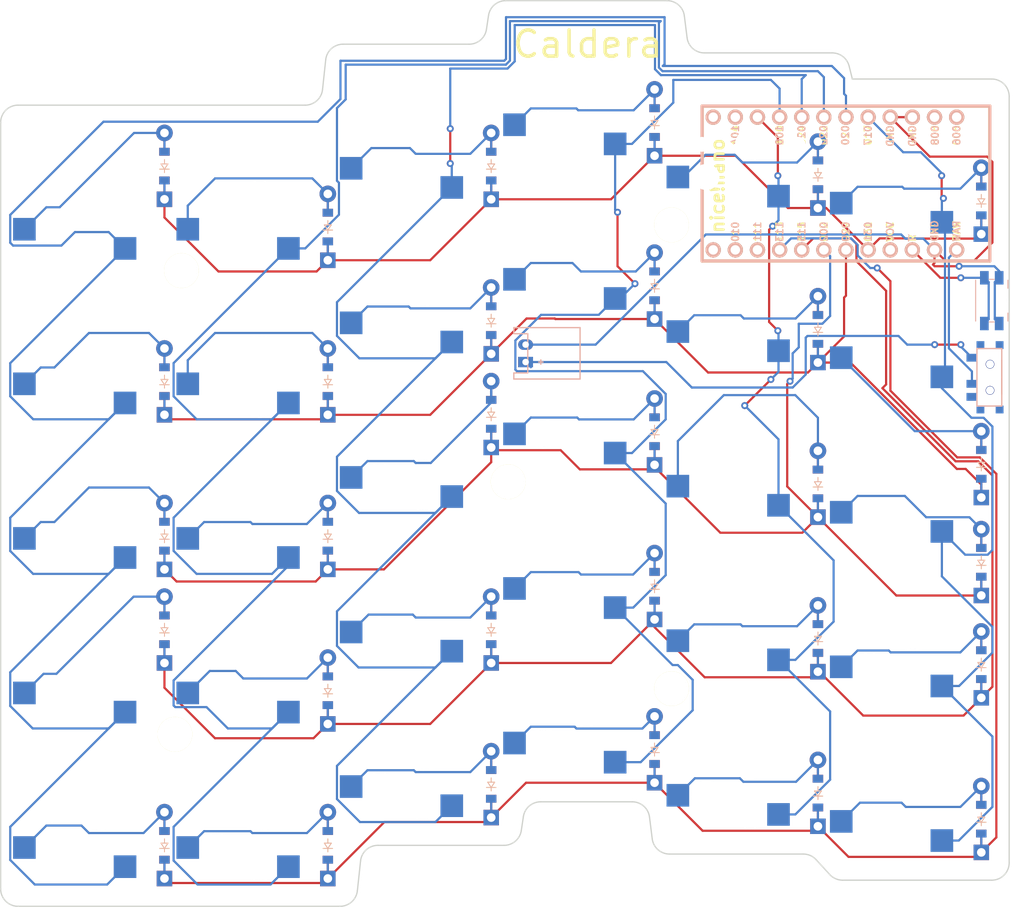
<source format=kicad_pcb>
(kicad_pcb (version 20221018) (generator pcbnew)
  (title_block (title "left") (rev "v1.0.0") (company "Unknown"))
  (layers (0 "F.Cu" signal) (31 "B.Cu" signal) (34 "B.Paste" user) (35 "F.Paste" user) (36 "B.SilkS" user "B.Silkscreen") (37 "F.SilkS" user "F.Silkscreen") (38 "B.Mask" user) (39 "F.Mask" user) (44 "Edge.Cuts" user))
  (net 0 "")
  (net 1 "P020")
  (net 2 "first_mod")
  (net 3 "first_bottom")
  (net 4 "first_home")
  (net 5 "first_top")
  (net 6 "first_num")
  (net 7 "P022")
  (net 8 "second_mod")
  (net 9 "second_bottom")
  (net 10 "second_home")
  (net 11 "second_top")
  (net 12 "second_num")
  (net 13 "P024")
  (net 14 "third_mod")
  (net 15 "third_bottom")
  (net 16 "third_home")
  (net 17 "third_top")
  (net 18 "third_num")
  (net 19 "P100")
  (net 20 "fourth_mod")
  (net 21 "fourth_bottom")
  (net 22 "fourth_home")
  (net 23 "fourth_top")
  (net 24 "fourth_num")
  (net 25 "P011")
  (net 26 "fifth_mod")
  (net 27 "fifth_bottom")
  (net 28 "fifth_home")
  (net 29 "fifth_top")
  (net 30 "fifth_num")
  (net 31 "P017")
  (net 32 "sixth_mod")
  (net 33 "sixth_bottom")
  (net 34 "sixth_home")
  (net 35 "sixth_top")
  (net 36 "sixth_num")
  (net 37 "P113")
  (net 38 "P002")
  (net 39 "P029")
  (net 40 "P115")
  (net 41 "P031")
  (net 42 "RAW")
  (net 43 "GND")
  (net 44 "RST")
  (net 45 "VCC")
  (net 46 "P111")
  (net 47 "P010")
  (net 48 "P009")
  (net 49 "P006")
  (net 50 "P008")
  (net 51 "P104")
  (net 52 "P106")
  (net 53 "pos")
  (footprint "E73:SPDT_C128955" (layer "F.Cu") (at 202.55 99.75 -90)
    (fp_text reference "T1" hide)
    (fp_text value "" hide)
  )
  (footprint "PG1350" (layer "F.Cu") (at 175 144 180)
    (fp_text reference "S21" hide)
    (fp_text value "" hide)
  )
  (footprint "PG1350" (layer "F.Cu") (at 193.75 147 180)
    (fp_text reference "S26" hide)
    (fp_text value "" hide)
  )
  (footprint "ComboDiode" (layer "F.Cu") (at 182.8 94.25 90)
    (fp_text reference "D19" hide)
    (fp_text value "" hide)
  )
  (footprint "PG1350" (layer "F.Cu") (at 118.75 150 180)
    (fp_text reference "S6" hide)
    (fp_text value "" hide)
  )
  (footprint "HOLE_M2_TH" (layer "F.Cu") (at 109 140.75)
    (fp_text reference "")
    (fp_text value "")
  )
  (footprint "HOLE_M2_TH" (layer "F.Cu") (at 147.25 111.75)
    (fp_text reference "")
    (fp_text value "")
  )
  (footprint "ComboDiode" (layer "F.Cu") (at 201.55 79.5 90)
    (fp_text reference "D23" hide)
    (fp_text value "" hide)
  )
  (footprint "ComboDiode" (layer "F.Cu") (at 182.8 76.5 90)
    (fp_text reference "D20" hide)
    (fp_text value "" hide)
  )
  (footprint "ComboDiode" (layer "F.Cu") (at 164.05 142.5 90)
    (fp_text reference "D29" hide)
    (fp_text value "" hide)
  )
  (footprint "ComboDiode" (layer "F.Cu") (at 145.3 75.5 90)
    (fp_text reference "D12" hide)
    (fp_text value "" hide)
  )
  (footprint "PG1350" (layer "F.Cu") (at 156.25 120.25 180)
    (fp_text reference "S17" hide)
    (fp_text value "" hide)
  )
  (footprint "ComboDiode" (layer "F.Cu") (at 201.55 121 90)
    (fp_text reference "D25" hide)
    (fp_text value "" hide)
  )
  (footprint "PG1350" (layer "F.Cu") (at 118.75 96.75 180)
    (fp_text reference "S9" hide)
    (fp_text value "" hide)
  )
  (footprint "ComboDiode" (layer "F.Cu") (at 182.8 129.75 90)
    (fp_text reference "D17" hide)
    (fp_text value "" hide)
  )
  (footprint "PG1350" (layer "F.Cu") (at 193.75 129.25 180)
    (fp_text reference "S27" hide)
    (fp_text value "" hide)
  )
  (footprint "PG1350" (layer "F.Cu") (at 100 79 180)
    (fp_text reference "S5" hide)
    (fp_text value "" hide)
  )
  (footprint "HOLE_M2_TH" (layer "F.Cu") (at 109.75 87.5)
    (fp_text reference "")
    (fp_text value "")
  )
  (footprint "PG1350" (layer "F.Cu") (at 100 150 180)
    (fp_text reference "S1" hide)
    (fp_text value "" hide)
  )
  (footprint "ComboDiode" (layer "F.Cu") (at 201.55 109.75 90)
    (fp_text reference "D24" hide)
    (fp_text value "" hide)
  )
  (footprint "PG1350" (layer "F.Cu") (at 193.75 111.5 180)
    (fp_text reference "S28" hide)
    (fp_text value "" hide)
  )
  (footprint "PG1350" (layer "F.Cu") (at 156.25 84.75 180)
    (fp_text reference "S19" hide)
    (fp_text value "" hide)
  )
  (footprint "ComboDiode" (layer "F.Cu") (at 107.8 75.5 90)
    (fp_text reference "D27" hide)
    (fp_text value "" hide)
  )
  (footprint "ComboDiode" (layer "F.Cu") (at 145.3 146.5 90)
    (fp_text reference "D9" hide)
    (fp_text value "" hide)
  )
  (footprint "ComboDiode" (layer "F.Cu") (at 164.05 123.75 90)
    (fp_text reference "D13" hide)
    (fp_text value "" hide)
  )
  (footprint "ComboDiode" (layer "F.Cu") (at 164.05 106 90)
    (fp_text reference "D14" hide)
    (fp_text value "" hide)
  )
  (footprint "PG1350" (layer "F.Cu") (at 193.75 93.75 180)
    (fp_text reference "S29" hide)
    (fp_text value "" hide)
  )
  (footprint "PG1350" (layer "F.Cu") (at 118.75 132.25 180)
    (fp_text reference "S7" hide)
    (fp_text value "" hide)
  )
  (footprint "PG1350" (layer "F.Cu") (at 175 126.25 180)
    (fp_text reference "S22" hide)
    (fp_text value "" hide)
  )
  (footprint "PG1350" (layer "F.Cu") (at 100 96.75 180)
    (fp_text reference "S4" hide)
    (fp_text value "" hide)
  )
  (footprint "ComboDiode" (layer "F.Cu") (at 182.8 112 90)
    (fp_text reference "D18" hide)
    (fp_text value "" hide)
  )
  (footprint "PG1350" (layer "F.Cu") (at 156.25 67 180)
    (fp_text reference "S20" hide)
    (fp_text value "" hide)
  )
  (footprint "PG1350" (layer "F.Cu") (at 118.75 114.5 180)
    (fp_text reference "S8" hide)
    (fp_text value "" hide)
  )
  (footprint "ComboDiode" (layer "F.Cu") (at 126.55 118 90)
    (fp_text reference "D6" hide)
    (fp_text value "" hide)
  )
  (footprint "PG1350" (layer "F.Cu") (at 175 108.5 180)
    (fp_text reference "S23" hide)
    (fp_text value "" hide)
  )
  (footprint "ComboDiode" (layer "F.Cu") (at 107.8 118 90)
    (fp_text reference "D2" hide)
    (fp_text value "" hide)
  )
  (footprint "ComboDiode" (layer "F.Cu") (at 126.55 82.5 90)
    (fp_text reference "D8" hide)
    (fp_text value "" hide)
  )
  (footprint "PG1350" (layer "F.Cu") (at 137.5 125.25 180)
    (fp_text reference "S12" hide)
    (fp_text value "" hide)
  )
  (footprint "ComboDiode" (layer "F.Cu") (at 201.55 150.5 90)
    (fp_text reference "D21" hide)
    (fp_text value "" hide)
  )
  (footprint "ComboDiode" (layer "F.Cu") (at 107.8 100.25 90)
    (fp_text reference "D3" hide)
    (fp_text value "" hide)
  )
  (footprint "PG1350" (layer "F.Cu") (at 175 90.75 180)
    (fp_text reference "S24" hide)
    (fp_text value "" hide)
  )
  (footprint "ComboDiode" (layer "F.Cu") (at 164.05 89.25 90)
    (fp_text reference "D30" hide)
    (fp_text value "" hide)
  )
  (footprint "PG1350" (layer "F.Cu") (at 193.75 76 180)
    (fp_text reference "S30" hide)
    (fp_text value "" hide)
  )
  (footprint "ComboDiode" (layer "F.Cu") (at 145.3 128.75 90)
    (fp_text reference "D10" hide)
    (fp_text value "" hide)
  )
  (footprint "ComboDiode" (layer "F.Cu") (at 145.3 104 90)
    (fp_text reference "D28" hide)
    (fp_text value "" hide)
  )
  (footprint "ComboDiode" (layer "F.Cu") (at 126.55 135.75 90)
    (fp_text reference "D5" hide)
    (fp_text value "" hide)
  )
  (footprint "PG1350" (layer "F.Cu") (at 156.25 102.5 180)
    (fp_text reference "S18" hide)
    (fp_text value "" hide)
  )
  (footprint "PG1350" (layer "F.Cu") (at 137.5 107.5 180)
    (fp_text reference "S13" hide)
    (fp_text value "" hide)
  )
  (footprint "ComboDiode" (layer "F.Cu") (at 182.8 147.5 90)
    (fp_text reference "D16" hide)
    (fp_text value "" hide)
  )
  (footprint "JST_PH_S2B-PH-K_02x2.00mm_Angled" (layer "F.Cu") (at 149.25 97 90)
    (fp_text reference "JST1" hide)
    (fp_text value "" hide)
  )
  (footprint "PG1350" (layer "F.Cu") (at 118.75 79 180)
    (fp_text reference "S10" hide)
    (fp_text value "" hide)
  )
  (footprint "ComboDiode" (layer "F.Cu") (at 126.55 100.25 90)
    (fp_text reference "D7" hide)
    (fp_text value "" hide)
  )
  (footprint "ComboDiode" (layer "F.Cu") (at 145.3 93.25 90)
    (fp_text reference "D11" hide)
    (fp_text value "" hide)
  )
  (footprint "PG1350" (layer "F.Cu") (at 100 132.25 180)
    (fp_text reference "S2" hide)
    (fp_text value "" hide)
  )
  (footprint "PG1350" (layer "F.Cu") (at 137.5 89.75 180)
    (fp_text reference "S14" hide)
    (fp_text value "" hide)
  )
  (footprint "nice_nano" (layer "F.Cu") (at 184.75 77.5 180)
    (fp_text reference "MCU1" hide)
    (fp_text value "nice_nano" hide)
  )
  (footprint "Panasonic_EVQPUL_EVQPUC" (layer "F.Cu") (at 202.75 90.95 -90)
    (fp_text reference "B1" hide)
    (fp_text value "Panasonic_EVQPUL_EVQPUC" hide)
  )
  (footprint "HOLE_M2_TH" (layer "F.Cu") (at 166 82.25)
    (fp_text reference "")
    (fp_text value "")
  )
  (footprint "ComboDiode" (layer "F.Cu") (at 107.8 128.75 90)
    (fp_text reference "D26" hide)
    (fp_text value "" hide)
  )
  (footprint "PG1350" (layer "F.Cu") (at 156.25 138 180)
    (fp_text reference "S16" hide)
    (fp_text value "" hide)
  )
  (footprint "PG1350" (layer "F.Cu") (at 100 114.5 180)
    (fp_text reference "S3" hide)
    (fp_text value "" hide)
  )
  (footprint "ComboDiode" (layer "F.Cu") (at 126.55 153.5 90)
    (fp_text reference "D4" hide)
    (fp_text value "" hide)
  )
  (footprint "PG1350" (layer "F.Cu") (at 137.5 72 180)
    (fp_text reference "S15" hide)
    (fp_text value "" hide)
  )
  (footprint "ComboDiode" (layer "F.Cu") (at 164.05 70.5 90)
    (fp_text reference "D15" hide)
    (fp_text value "" hide)
  )
  (footprint "PG1350" (layer "F.Cu") (at 175 73 180)
    (fp_text reference "S25" hide)
    (fp_text value "" hide)
  )
  (footprint "HOLE_M2_TH" (layer "F.Cu") (at 166 135.5)
    (fp_text reference "")
    (fp_text value "")
  )
  (footprint "ComboDiode" (layer "F.Cu") (at 107.8 153.5 90)
    (fp_text reference "D1" hide)
    (fp_text value "" hide)
  )
  (footprint "PG1350" (layer "F.Cu") (at 137.5 143 180)
    (fp_text reference "S11" hide)
    (fp_text value "" hide)
  )
  (footprint "ComboDiode" (layer "F.Cu") (at 201.55 132.75 90)
    (fp_text reference "D22" hide)
    (fp_text value "" hide)
  )
  (gr_arc (start 169.765564 62.499999) (mid 168.441959 61.999355) (end 167.781009 60.748069) (stroke (width 0.15)) (layer "Edge.Cuts"))
  (gr_arc (start 165.484436 56.500001) (mid 166.808041 57.000645) (end 167.468991 58.251931) (stroke (width 0.15)) (layer "Edge.Cuts"))
  (gr_line (start 204.75 67.5) (end 204.75 155.5) (stroke (width 0.15)) (layer "Edge.Cuts"))
  (gr_arc (start 144.994502 58.203319) (mid 145.667262 56.984519) (end 146.972375 56.5) (stroke (width 0.15)) (layer "Edge.Cuts"))
  (gr_arc (start 165.765564 154.499999) (mid 164.441959 153.999355) (end 163.781009 152.748069) (stroke (width 0.15)) (layer "Edge.Cuts"))
  (gr_line (start 128.297161 61.5) (end 142.777625 61.5) (stroke (width 0.15)) (layer "Edge.Cuts"))
  (gr_arc (start 126.308543 63.286934) (mid 126.960399 62.012363) (end 128.297161 61.5) (stroke (width 0.15)) (layer "Edge.Cuts"))
  (gr_arc (start 144.755498 59.796681) (mid 144.082738 61.015481) (end 142.777625 61.5) (stroke (width 0.15)) (layer "Edge.Cuts"))
  (gr_line (start 130.308543 155.286934) (end 129.941457 158.713066) (stroke (width 0.15)) (layer "Edge.Cuts"))
  (gr_line (start 169.765564 62.5) (end 184.438498 62.5) (stroke (width 0.15)) (layer "Edge.Cuts"))
  (gr_line (start 91 160.5) (end 127.952839 160.5) (stroke (width 0.15)) (layer "Edge.Cuts"))
  (gr_arc (start 130.308543 155.286934) (mid 130.960399 154.012363) (end 132.297161 153.5) (stroke (width 0.15)) (layer "Edge.Cuts"))
  (gr_arc (start 148.994502 150.203319) (mid 149.667262 148.984519) (end 150.972375 148.5) (stroke (width 0.15)) (layer "Edge.Cuts"))
  (gr_line (start 163.781009 152.748069) (end 163.468991 150.251931) (stroke (width 0.15)) (layer "Edge.Cuts"))
  (gr_line (start 125.941457 66.713066) (end 126.308543 63.286934) (stroke (width 0.15)) (layer "Edge.Cuts"))
  (gr_line (start 167.468991 58.251931) (end 167.781009 60.748069) (stroke (width 0.15)) (layer "Edge.Cuts"))
  (gr_line (start 202.75 157.5) (end 185.629803 157.5) (stroke (width 0.15)) (layer "Edge.Cuts"))
  (gr_line (start 184.155495 156.851449) (end 182.594505 155.148551) (stroke (width 0.15)) (layer "Edge.Cuts"))
  (gr_arc (start 89 70.5) (mid 89.585786 69.085786) (end 91 68.5) (stroke (width 0.15)) (layer "Edge.Cuts"))
  (gr_arc (start 185.629803 157.5) (mid 184.824477 157.330696) (end 184.155495 156.851449) (stroke (width 0.15)) (layer "Edge.Cuts"))
  (gr_arc (start 91 160.5) (mid 89.585786 159.914214) (end 89 158.5) (stroke (width 0.15)) (layer "Edge.Cuts"))
  (gr_line (start 186.378767 64.014868) (end 186.7501 65.5) (stroke (width 0.15)) (layer "Edge.Cuts"))
  (gr_line (start 148.994502 150.203319) (end 148.755498 151.796681) (stroke (width 0.15)) (layer "Edge.Cuts"))
  (gr_line (start 146.972375 56.5) (end 165.484436 56.5) (stroke (width 0.15)) (layer "Edge.Cuts"))
  (gr_arc (start 202.75 65.5) (mid 204.164214 66.085786) (end 204.75 67.5) (stroke (width 0.15)) (layer "Edge.Cuts"))
  (gr_line (start 146.777625 153.5) (end 132.297161 153.5) (stroke (width 0.15)) (layer "Edge.Cuts"))
  (gr_line (start 91 68.5) (end 123.952839 68.5) (stroke (width 0.15)) (layer "Edge.Cuts"))
  (gr_arc (start 129.941457 158.713066) (mid 129.289601 159.987637) (end 127.952839 160.5) (stroke (width 0.15)) (layer "Edge.Cuts"))
  (gr_line (start 161.484436 148.5) (end 150.972375 148.5) (stroke (width 0.15)) (layer "Edge.Cuts"))
  (gr_arc (start 204.75 155.5) (mid 204.164214 156.914214) (end 202.75 157.5) (stroke (width 0.15)) (layer "Edge.Cuts"))
  (gr_arc (start 125.941457 66.713066) (mid 125.289601 67.987637) (end 123.952839 68.5) (stroke (width 0.15)) (layer "Edge.Cuts"))
  (gr_line (start 89 158.5) (end 89 70.5) (stroke (width 0.15)) (layer "Edge.Cuts"))
  (gr_line (start 144.755498 59.796681) (end 144.994502 58.203319) (stroke (width 0.15)) (layer "Edge.Cuts"))
  (gr_arc (start 181.120197 154.5) (mid 181.925523 154.669304) (end 182.594505 155.148551) (stroke (width 0.15)) (layer "Edge.Cuts"))
  (gr_line (start 186.7501 65.5) (end 202.75 65.5) (stroke (width 0.15)) (layer "Edge.Cuts"))
  (gr_arc (start 161.484436 148.500001) (mid 162.808041 149.000645) (end 163.468991 150.251931) (stroke (width 0.15)) (layer "Edge.Cuts"))
  (gr_line (start 181.120197 154.5) (end 165.765564 154.5) (stroke (width 0.15)) (layer "Edge.Cuts"))
  (gr_arc (start 148.755498 151.796681) (mid 148.082738 153.015481) (end 146.777625 153.5) (stroke (width 0.15)) (layer "Edge.Cuts"))
  (gr_arc (start 184.438498 62.500001) (mid 185.669297 62.923571) (end 186.378767 64.014868) (stroke (width 0.15)) (layer "Edge.Cuts"))
  (gr_text "Caldera" (at 147.55 61.5) (layer "F.SilkS") (effects (font (size 3 3) (thickness 0.4)) (justify left)))
  (segment (start 103.275 84.95) (end 101.4 83.075) (width 0.25) (layer "B.Cu") (net 1))
  (segment (start 101.225 158) (end 103.275 155.95) (width 0.25) (layer "B.Cu") (net 1))
  (segment (start 125.4 70.4) (end 128 67.8) (width 0.25) (layer "B.Cu") (net 1))
  (segment (start 101.4 83.075) (end 97.525 83.075) (width 0.25) (layer "B.Cu") (net 1))
  (segment (start 92.74038 104.575) (end 101.4 104.575) (width 0.25) (layer "B.Cu") (net 1))
  (segment (start 186.02 67.42) (end 186.02 69.88) (width 0.25) (layer "B.Cu") (net 1))
  (segment (start 100.8 70.4) (end 125.4 70.4) (width 0.25) (layer "B.Cu") (net 1))
  (segment (start 184.4 64) (end 185.8 65.4) (width 0.25) (layer "B.Cu") (net 1))
  (segment (start 90.1 133.625) (end 90.1 137.5) (width 0.25) (layer "B.Cu") (net 1))
  (segment (start 90.1 137.5) (end 92.675 140.075) (width 0.25) (layer "B.Cu") (net 1))
  (segment (start 90.1 151.375) (end 90.1 155.18462) (width 0.25) (layer "B.Cu") (net 1))
  (segment (start 165 64) (end 184.4 64) (width 0.25) (layer "B.Cu") (net 1))
  (segment (start 101.4 140.075) (end 103.275 138.2) (width 0.25) (layer "B.Cu") (net 1))
  (segment (start 90.425 84.625) (end 90.1 84.3) (width 0.25) (layer "B.Cu") (net 1))
  (segment (start 90.1 119.7) (end 92.725 122.325) (width 0.25) (layer "B.Cu") (net 1))
  (segment (start 147 58.4) (end 165.2 58.4) (width 0.25) (layer "B.Cu") (net 1))
  (segment (start 128 63.4) (end 146.8 63.4) (width 0.25) (layer "B.Cu") (net 1))
  (segment (start 103.275 84.95) (end 90.1 98.125) (width 0.25) (layer "B.Cu") (net 1))
  (segment (start 90.1 98.125) (end 90.1 101.93462) (width 0.25) (layer "B.Cu") (net 1))
  (segment (start 128 67.8) (end 128 63.4) (width 0.25) (layer "B.Cu") (net 1))
  (segment (start 101.4 122.325) (end 103.275 120.45) (width 0.25) (layer "B.Cu") (net 1))
  (segment (start 103.275 102.7) (end 90.1 115.875) (width 0.25) (layer "B.Cu") (net 1))
  (segment (start 90.1 101.93462) (end 92.74038 104.575) (width 0.25) (layer "B.Cu") (net 1))
  (segment (start 92.675 140.075) (end 101.4 140.075) (width 0.25) (layer "B.Cu") (net 1))
  (segment (start 92.725 122.325) (end 101.4 122.325) (width 0.25) (layer "B.Cu") (net 1))
  (segment (start 97.525 83.075) (end 95.975 84.625) (width 0.25) (layer "B.Cu") (net 1))
  (segment (start 90.1 84.3) (end 90.1 81.1) (width 0.25) (layer "B.Cu") (net 1))
  (segment (start 90.1 81.1) (end 100.8 70.4) (width 0.25) (layer "B.Cu") (net 1))
  (segment (start 90.1 115.875) (end 90.1 119.7) (width 0.25) (layer "B.Cu") (net 1))
  (segment (start 103.275 120.45) (end 90.1 133.625) (width 0.25) (layer "B.Cu") (net 1))
  (segment (start 185.8 65.4) (end 185.8 67.2) (width 0.25) (layer "B.Cu") (net 1))
  (segment (start 147 63.2) (end 147 58.4) (width 0.25) (layer "B.Cu") (net 1))
  (segment (start 165.2 58.4) (end 165.2 63.8) (width 0.25) (layer "B.Cu") (net 1))
  (segment (start 185.8 67.2) (end 186.02 67.42) (width 0.25) (layer "B.Cu") (net 1))
  (segment (start 146.8 63.4) (end 147 63.2) (width 0.25) (layer "B.Cu") (net 1))
  (segment (start 90.1 155.18462) (end 92.91538 158) (width 0.25) (layer "B.Cu") (net 1))
  (segment (start 165.2 63.8) (end 165 64) (width 0.25) (layer "B.Cu") (net 1))
  (segment (start 95.975 84.625) (end 90.425 84.625) (width 0.25) (layer "B.Cu") (net 1))
  (segment (start 101.4 104.575) (end 103.275 102.7) (width 0.25) (layer "B.Cu") (net 1))
  (segment (start 92.91538 158) (end 101.225 158) (width 0.25) (layer "B.Cu") (net 1))
  (segment (start 103.275 138.2) (end 90.1 151.375) (width 0.25) (layer "B.Cu") (net 1))
  (segment (start 107.8 149.69) (end 107.8 151.85) (width 0.25) (layer "F.Cu") (net 2))
  (segment (start 94.2491 151.2259) (end 98.270901 151.2259) (width 0.25) (layer "B.Cu") (net 2))
  (segment (start 98.270901 151.2259) (end 99.134501 152.0895) (width 0.25) (layer "B.Cu") (net 2))
  (segment (start 105.4005 152.0895) (end 107.8 149.69) (width 0.25) (layer "B.Cu") (net 2))
  (segment (start 99.134501 152.0895) (end 105.4005 152.0895) (width 0.25) (layer "B.Cu") (net 2))
  (segment (start 107.8 149.69) (end 107.8 151.85) (width 0.25) (layer "B.Cu") (net 2))
  (segment (start 91.725 153.75) (end 94.2491 151.2259) (width 0.25) (layer "B.Cu") (net 2))
  (segment (start 107.8 124.94) (end 107.8 127.1) (width 0.25) (layer "F.Cu") (net 3))
  (segment (start 91.725 136) (end 93.9225 133.8025) (width 0.25) (layer "B.Cu") (net 3))
  (segment (start 93.9225 133.8025) (end 95.3975 133.8025) (width 0.25) (layer "B.Cu") (net 3))
  (segment (start 107.8 124.94) (end 107.8 127.1) (width 0.25) (layer "B.Cu") (net 3))
  (segment (start 95.3975 133.8025) (end 104.26 124.94) (width 0.25) (layer "B.Cu") (net 3))
  (segment (start 104.26 124.94) (end 107.8 124.94) (width 0.25) (layer "B.Cu") (net 3))
  (segment (start 107.8 114.19) (end 107.8 116.35) (width 0.25) (layer "F.Cu") (net 4))
  (segment (start 95.170001 116.375) (end 99.134501 112.4105) (width 0.25) (layer "B.Cu") (net 4))
  (segment (start 106.0205 112.4105) (end 107.8 114.19) (width 0.25) (layer "B.Cu") (net 4))
  (segment (start 99.134501 112.4105) (end 106.0205 112.4105) (width 0.25) (layer "B.Cu") (net 4))
  (segment (start 93.6 116.375) (end 95.170001 116.375) (width 0.25) (layer "B.Cu") (net 4))
  (segment (start 91.725 118.25) (end 93.6 116.375) (width 0.25) (layer "B.Cu") (net 4))
  (segment (start 107.8 114.19) (end 107.8 116.35) (width 0.25) (layer "B.Cu") (net 4))
  (segment (start 107.8 96.44) (end 107.8 98.6) (width 0.25) (layer "F.Cu") (net 5))
  (segment (start 93.6 98.625) (end 95.170001 98.625) (width 0.25) (layer "B.Cu") (net 5))
  (segment (start 107.8 96.44) (end 107.8 98.6) (width 0.25) (layer "B.Cu") (net 5))
  (segment (start 91.725 100.5) (end 93.6 98.625) (width 0.25) (layer "B.Cu") (net 5))
  (segment (start 106.0205 94.6605) (end 107.8 96.44) (width 0.25) (layer "B.Cu") (net 5))
  (segment (start 95.170001 98.625) (end 99.134501 94.6605) (width 0.25) (layer "B.Cu") (net 5))
  (segment (start 99.134501 94.6605) (end 106.0205 94.6605) (width 0.25) (layer "B.Cu") (net 5))
  (segment (start 107.8 71.69) (end 107.8 73.85) (width 0.25) (layer "F.Cu") (net 6))
  (segment (start 107.8 71.69) (end 107.8 73.85) (width 0.25) (layer "B.Cu") (net 6))
  (segment (start 94.2491 80.2259) (end 95.7741 80.2259) (width 0.25) (layer "B.Cu") (net 6))
  (segment (start 104.31 71.69) (end 107.8 71.69) (width 0.25) (layer "B.Cu") (net 6))
  (segment (start 91.725 82.75) (end 94.2491 80.2259) (width 0.25) (layer "B.Cu") (net 6))
  (segment (start 95.7741 80.2259) (end 104.31 71.69) (width 0.25) (layer "B.Cu") (net 6))
  (segment (start 112.625 137.625) (end 115.075 140.075) (width 0.25) (layer "B.Cu") (net 7))
  (segment (start 111.49038 122.325) (end 120.15 122.325) (width 0.25) (layer "B.Cu") (net 7))
  (segment (start 128.6 63.85) (end 146.986396 63.85) (width 0.25) (layer "B.Cu") (net 7))
  (segment (start 122.025 121.39038) (end 108.85 134.56538) (width 0.25) (layer "B.Cu") (net 7))
  (segment (start 115.075 140.075) (end 120.15 140.075) (width 0.25) (layer "B.Cu") (net 7))
  (segment (start 108.85 101.93462) (end 111.49038 104.575) (width 0.25) (layer "B.Cu") (net 7))
  (segment (start 120.15 104.575) (end 122.025 102.7) (width 0.25) (layer "B.Cu") (net 7))
  (segment (start 108.85 115.875) (end 108.85 119.68462) (width 0.25) (layer "B.Cu") (net 7))
  (segment (start 122.025 138.2) (end 108.85 151.375) (width 0.25) (layer "B.Cu") (net 7))
  (segment (start 122.025 120.45) (end 122.025 121.39038) (width 0.25) (layer "B.Cu") (net 7))
  (segment (start 128.6 67.836396) (end 128.6 63.85) (width 0.25) (layer "B.Cu") (net 7))
  (segment (start 127.6 68.836396) (end 128.6 67.836396) (width 0.25) (layer "B.Cu") (net 7))
  (segment (start 182.8 64.6) (end 183.48 65.28) (width 0.25) (layer "B.Cu") (net 7))
  (segment (start 127.6 77.18462) (end 127.6 68.836396) (width 0.25) (layer "B.Cu") (net 7))
  (segment (start 111.49038 104.575) (end 120.15 104.575) (width 0.25) (layer "B.Cu") (net 7))
  (segment (start 122.025 84.95) (end 123.95962 84.95) (width 0.25) (layer "B.Cu") (net 7))
  (segment (start 164.963604 64.6) (end 182.8 64.6) (width 0.25) (layer "B.Cu") (net 7))
  (segment (start 120.15 140.075) (end 122.025 138.2) (width 0.25) (layer "B.Cu") (net 7))
  (segment (start 122.025 84.95) (end 108.85 98.125) (width 0.25) (layer "B.Cu") (net 7))
  (segment (start 183.48 65.28) (end 183.48 69.88) (width 0.25) (layer "B.Cu") (net 7))
  (segment (start 127.8275 77.41212) (end 127.6 77.18462) (width 0.25) (layer "B.Cu") (net 7))
  (segment (start 108.85 98.125) (end 108.85 101.93462) (width 0.25) (layer "B.Cu") (net 7))
  (segment (start 164.75 58.85) (end 164.55 59.05) (width 0.25) (layer "B.Cu") (net 7))
  (segment (start 120.15 122.325) (end 122.025 120.45) (width 0.25) (layer "B.Cu") (net 7))
  (segment (start 108.85 155.25) (end 111.6 158) (width 0.25) (layer "B.Cu") (net 7))
  (segment (start 108.85 134.56538) (end 108.85 137.43462) (width 0.25) (layer "B.Cu") (net 7))
  (segment (start 164.55 64.186396) (end 164.963604 64.6) (width 0.25) (layer "B.Cu") (net 7))
  (segment (start 108.85 119.68462) (end 111.49038 122.325) (width 0.25) (layer "B.Cu") (net 7))
  (segment (start 147.45 63.386396) (end 147.45 58.85) (width 0.25) (layer "B.Cu") (net 7))
  (segment (start 147.45 58.85) (end 164.75 58.85) (width 0.25) (layer "B.Cu") (net 7))
  (segment (start 123.95962 84.95) (end 127.8275 81.08212) (width 0.25) (layer "B.Cu") (net 7))
  (segment (start 164.55 59.05) (end 164.55 64.186396) (width 0.25) (layer "B.Cu") (net 7))
  (segment (start 122.025 102.7) (end 108.85 115.875) (width 0.25) (layer "B.Cu") (net 7))
  (segment (start 108.85 137.43462) (end 109.04038 137.625) (width 0.25) (layer "B.Cu") (net 7))
  (segment (start 111.6 158) (end 119.975 158) (width 0.25) (layer "B.Cu") (net 7))
  (segment (start 108.85 151.375) (end 108.85 155.25) (width 0.25) (layer "B.Cu") (net 7))
  (segment (start 146.986396 63.85) (end 147.45 63.386396) (width 0.25) (layer "B.Cu") (net 7))
  (segment (start 119.975 158) (end 122.025 155.95) (width 0.25) (layer "B.Cu") (net 7))
  (segment (start 109.04038 137.625) (end 112.625 137.625) (width 0.25) (layer "B.Cu") (net 7))
  (segment (start 127.8275 81.08212) (end 127.8275 77.41212) (width 0.25) (layer "B.Cu") (net 7))
  (segment (start 126.55 151.85) (end 126.55 149.69) (width 0.25) (layer "F.Cu") (net 8))
  (segment (start 124.1505 152.0895) (end 126.55 149.69) (width 0.25) (layer "B.Cu") (net 8))
  (segment (start 112.35 151.875) (end 117.670001 151.875) (width 0.25) (layer "B.Cu") (net 8))
  (segment (start 117.884501 152.0895) (end 124.1505 152.0895) (width 0.25) (layer "B.Cu") (net 8))
  (segment (start 110.475 153.75) (end 112.35 151.875) (width 0.25) (layer "B.Cu") (net 8))
  (segment (start 126.55 149.69) (end 126.55 151.85) (width 0.25) (layer "B.Cu") (net 8))
  (segment (start 117.670001 151.875) (end 117.884501 152.0895) (width 0.25) (layer "B.Cu") (net 8))
  (segment (start 126.55 131.94) (end 126.55 134.1) (width 0.25) (layer "F.Cu") (net 9))
  (segment (start 110.475 136) (end 112.9991 133.4759) (width 0.25) (layer "B.Cu") (net 9))
  (segment (start 115.9846 133.4759) (end 116.8482 134.3395) (width 0.25) (layer "B.Cu") (net 9))
  (segment (start 116.8482 134.3395) (end 124.1505 134.3395) (width 0.25) (layer "B.Cu") (net 9))
  (segment (start 112.9991 133.4759) (end 115.9846 133.4759) (width 0.25) (layer "B.Cu") (net 9))
  (segment (start 124.1505 134.3395) (end 126.55 131.94) (width 0.25) (layer "B.Cu") (net 9))
  (segment (start 126.55 131.94) (end 126.55 134.1) (width 0.25) (layer "B.Cu") (net 9))
  (segment (start 126.55 114.19) (end 126.55 116.35) (width 0.25) (layer "F.Cu") (net 10))
  (segment (start 112.35 116.375) (end 117.670001 116.375) (width 0.25) (layer "B.Cu") (net 10))
  (segment (start 117.895001 116.6) (end 124.14 116.6) (width 0.25) (layer "B.Cu") (net 10))
  (segment (start 126.55 114.19) (end 126.55 116.35) (width 0.25) (layer "B.Cu") (net 10))
  (segment (start 110.475 118.25) (end 112.35 116.375) (width 0.25) (layer "B.Cu") (net 10))
  (segment (start 124.14 116.6) (end 126.55 114.19) (width 0.25) (layer "B.Cu") (net 10))
  (segment (start 117.670001 116.375) (end 117.895001 116.6) (width 0.25) (layer "B.Cu") (net 10))
  (segment (start 126.55 96.44) (end 126.55 98.6) (width 0.25) (layer "F.Cu") (net 11))
  (segment (start 110.475 100.5) (end 110.475 97.791316) (width 0.25) (layer "B.Cu") (net 11))
  (segment (start 110.475 97.791316) (end 113.605816 94.6605) (width 0.25) (layer "B.Cu") (net 11))
  (segment (start 113.605816 94.6605) (end 124.7705 94.6605) (width 0.25) (layer "B.Cu") (net 11))
  (segment (start 126.55 96.44) (end 126.55 98.6) (width 0.25) (layer "B.Cu") (net 11))
  (segment (start 124.7705 94.6605) (end 126.55 96.44) (width 0.25) (layer "B.Cu") (net 11))
  (segment (start 126.55 78.69) (end 126.55 80.85) (width 0.25) (layer "F.Cu") (net 12))
  (segment (start 113.605816 76.9105) (end 124.7705 76.9105) (width 0.25) (layer "B.Cu") (net 12))
  (segment (start 124.7705 76.9105) (end 126.55 78.69) (width 0.25) (layer "B.Cu") (net 12))
  (segment (start 110.475 82.75) (end 110.475 80.041316) (width 0.25) (layer "B.Cu") (net 12))
  (segment (start 110.475 80.041316) (end 113.605816 76.9105) (width 0.25) (layer "B.Cu") (net 12))
  (segment (start 126.55 78.69) (end 126.55 80.85) (width 0.25) (layer "B.Cu") (net 12))
  (segment (start 140.6 75.2) (end 140.6 71.2) (width 0.25) (layer "F.Cu") (net 13))
  (via (at 140.6 75.2) (size 0.8) (drill 0.4) (layers "F.Cu" "B.Cu") (net 13))
  (via (at 140.6 71.2) (size 0.8) (drill 0.4) (layers "F.Cu" "B.Cu") (net 13))
  (segment (start 147.172792 64.3) (end 148 63.472792) (width 0.25) (layer "B.Cu") (net 13))
  (segment (start 148 63.472792) (end 148 59.3) (width 0.25) (layer "B.Cu") (net 13))
  (segment (start 140.775 77.95) (end 127.6 91.125) (width 0.25) (layer "B.Cu") (net 13))
  (segment (start 140.775 75.375) (end 140.6 75.2) (width 0.25) (layer "B.Cu") (net 13))
  (segment (start 127.6 91.125) (end 127.6 95) (width 0.25) (layer "B.Cu") (net 13))
  (segment (start 140.775 113.45) (end 127.6 126.625) (width 0.25) (layer "B.Cu") (net 13))
  (segment (start 127.6 108.875) (end 127.6 112.8) (width 0.25) (layer "B.Cu") (net 13))
  (segment (start 138.9 133.075) (end 140.775 131.2) (width 0.25) (layer "B.Cu") (net 13))
  (segment (start 138.9 115.325) (end 140.775 113.45) (width 0.25) (layer "B.Cu") (net 13))
  (segment (start 140.6 64.3) (end 147.172792 64.3) (width 0.25) (layer "B.Cu") (net 13))
  (segment (start 164.1 64.372792) (end 164.777208 65.05) (width 0.25) (layer "B.Cu") (net 13))
  (segment (start 127.6 126.625) (end 127.6 130.6) (width 0.25) (layer "B.Cu") (net 13))
  (segment (start 138.9 150.825) (end 140.775 148.95) (width 0.25) (layer "B.Cu") (net 13))
  (segment (start 127.6 112.8) (end 130.125 115.325) (width 0.25) (layer "B.Cu") (net 13))
  (segment (start 140.775 131.2) (end 127.6 144.375) (width 0.25) (layer "B.Cu") (net 13))
  (segment (start 140.775 77.95) (end 140.775 75.375) (width 0.25) (layer "B.Cu") (net 13))
  (segment (start 130.075 133.075) (end 138.9 133.075) (width 0.25) (layer "B.Cu") (net 13))
  (segment (start 181.4 65.05) (end 180.94 65.51) (width 0.25) (layer "B.Cu") (net 13))
  (segment (start 127.6 144.375) (end 127.6 148.18462) (width 0.25) (layer "B.Cu") (net 13))
  (segment (start 138.9 97.575) (end 140.775 95.7) (width 0.25) (layer "B.Cu") (net 13))
  (segment (start 127.6 130.6) (end 130.075 133.075) (width 0.25) (layer "B.Cu") (net 13))
  (segment (start 164.777208 65.05) (end 181.4 65.05) (width 0.25) (layer "B.Cu") (net 13))
  (segment (start 130.24038 150.825) (end 138.9 150.825) (width 0.25) (layer "B.Cu") (net 13))
  (segment (start 180.94 65.51) (end 180.94 69.88) (width 0.25) (layer "B.Cu") (net 13))
  (segment (start 127.6 148.18462) (end 130.24038 150.825) (width 0.25) (layer "B.Cu") (net 13))
  (segment (start 140.775 95.7) (end 127.6 108.875) (width 0.25) (layer "B.Cu") (net 13))
  (segment (start 127.6 95) (end 130.175 97.575) (width 0.25) (layer "B.Cu") (net 13))
  (segment (start 130.125 115.325) (end 138.9 115.325) (width 0.25) (layer "B.Cu") (net 13))
  (segment (start 148 59.3) (end 164.1 59.3) (width 0.25) (layer "B.Cu") (net 13))
  (segment (start 140.6 71.2) (end 140.6 64.3) (width 0.25) (layer "B.Cu") (net 13))
  (segment (start 164.1 59.3) (end 164.1 64.372792) (width 0.25) (layer "B.Cu") (net 13))
  (segment (start 130.175 97.575) (end 138.9 97.575) (width 0.25) (layer "B.Cu") (net 13))
  (segment (start 145.3 142.69) (end 145.3 144.85) (width 0.25) (layer "F.Cu") (net 14))
  (segment (start 142.9005 145.0895) (end 145.3 142.69) (width 0.25) (layer "B.Cu") (net 14))
  (segment (start 131.1 144.875) (end 136.420001 144.875) (width 0.25) (layer "B.Cu") (net 14))
  (segment (start 129.225 146.75) (end 131.1 144.875) (width 0.25) (layer "B.Cu") (net 14))
  (segment (start 136.634501 145.0895) (end 142.9005 145.0895) (width 0.25) (layer "B.Cu") (net 14))
  (segment (start 136.420001 144.875) (end 136.634501 145.0895) (width 0.25) (layer "B.Cu") (net 14))
  (segment (start 145.3 142.69) (end 145.3 144.85) (width 0.25) (layer "B.Cu") (net 14))
  (segment (start 145.3 124.94) (end 145.3 127.1) (width 0.25) (layer "F.Cu") (net 15))
  (segment (start 145.3 124.94) (end 145.3 127.1) (width 0.25) (layer "B.Cu") (net 15))
  (segment (start 131.225 127) (end 136.295001 127) (width 0.25) (layer "B.Cu") (net 15))
  (segment (start 136.634501 127.3395) (end 142.9005 127.3395) (width 0.25) (layer "B.Cu") (net 15))
  (segment (start 129.225 129) (end 131.225 127) (width 0.25) (layer "B.Cu") (net 15))
  (segment (start 142.9005 127.3395) (end 145.3 124.94) (width 0.25) (layer "B.Cu") (net 15))
  (segment (start 136.295001 127) (end 136.634501 127.3395) (width 0.25) (layer "B.Cu") (net 15))
  (segment (start 145.3 100.19) (end 145.3 102.35) (width 0.25) (layer "F.Cu") (net 16))
  (segment (start 131.1 109.375) (end 136.420001 109.375) (width 0.25) (layer "B.Cu") (net 16))
  (segment (start 136.634501 109.5895) (end 138.365499 109.5895) (width 0.25) (layer "B.Cu") (net 16))
  (segment (start 145.3 102.654999) (end 145.3 100.19) (width 0.25) (layer "B.Cu") (net 16))
  (segment (start 129.225 111.25) (end 131.1 109.375) (width 0.25) (layer "B.Cu") (net 16))
  (segment (start 145.3 100.19) (end 145.3 102.35) (width 0.25) (layer "B.Cu") (net 16))
  (segment (start 138.365499 109.5895) (end 145.3 102.654999) (width 0.25) (layer "B.Cu") (net 16))
  (segment (start 136.420001 109.375) (end 136.634501 109.5895) (width 0.25) (layer "B.Cu") (net 16))
  (segment (start 145.3 89.44) (end 145.3 91.6) (width 0.25) (layer "F.Cu") (net 17))
  (segment (start 129.225 93.5) (end 131.1 91.625) (width 0.25) (layer "B.Cu") (net 17))
  (segment (start 142.9005 91.8395) (end 145.3 89.44) (width 0.25) (layer "B.Cu") (net 17))
  (segment (start 131.1 91.625) (end 135.825 91.625) (width 0.25) (layer "B.Cu") (net 17))
  (segment (start 145.3 89.44) (end 145.3 91.6) (width 0.25) (layer "B.Cu") (net 17))
  (segment (start 135.825 91.625) (end 136.0395 91.8395) (width 0.25) (layer "B.Cu") (net 17))
  (segment (start 136.0395 91.8395) (end 142.9005 91.8395) (width 0.25) (layer "B.Cu") (net 17))
  (segment (start 145.3 71.69) (end 145.3 73.85) (width 0.25) (layer "F.Cu") (net 18))
  (segment (start 145.3 71.69) (end 145.3 73.85) (width 0.25) (layer "B.Cu") (net 18))
  (segment (start 131.5475 73.4275) (end 135.972501 73.4275) (width 0.25) (layer "B.Cu") (net 18))
  (segment (start 135.972501 73.4275) (end 136.634501 74.0895) (width 0.25) (layer "B.Cu") (net 18))
  (segment (start 129.225 75.75) (end 131.5475 73.4275) (width 0.25) (layer "B.Cu") (net 18))
  (segment (start 142.9005 74.0895) (end 145.3 71.69) (width 0.25) (layer "B.Cu") (net 18))
  (segment (start 136.634501 74.0895) (end 142.9005 74.0895) (width 0.25) (layer "B.Cu") (net 18))
  (segment (start 159.8 87) (end 159.8 80.8) (width 0.25) (layer "F.Cu") (net 19))
  (segment (start 161.8 89) (end 159.8 87) (width 0.25) (layer "F.Cu") (net 19))
  (via (at 159.8 80.8) (size 0.8) (drill 0.4) (layers "F.Cu" "B.Cu") (net 19))
  (via (at 161.8 89) (size 0.8) (drill 0.4) (layers "F.Cu" "B.Cu") (net 19))
  (segment (start 161.45962 72.95) (end 166.2 68.20962) (width 0.25) (layer "B.Cu") (net 19))
  (segment (start 165.3275 122.4725) (end 165.3275 114.2525) (width 0.25) (layer "B.Cu") (net 19))
  (segment (start 159.525 108.45) (end 161.45962 108.45) (width 0.25) (layer "B.Cu") (net 19))
  (segment (start 159.525 90.7) (end 160.1 90.7) (width 0.25) (layer "B.Cu") (net 19))
  (segment (start 165.3275 114.2525) (end 159.525 108.45) (width 0.25) (layer "B.Cu") (net 19))
  (segment (start 161.45962 108.45) (end 165.3275 104.58212) (width 0.25) (layer "B.Cu") (net 19))
  (segment (start 166.729468 132.8) (end 166.125 132.8) (width 0.25) (layer "B.Cu") (net 19))
  (segment (start 161.6 126.2) (end 165.3275 122.4725) (width 0.25) (layer "B.Cu") (net 19))
  (segment (start 148.25 99.05) (end 148.075 98.875) (width 0.25) (layer "B.Cu") (net 19))
  (segment (start 165.3275 104.58212) (end 165.3275 101.660842) (width 0.25) (layer "B.Cu") (net 19))
  (segment (start 148.075 95.525) (end 151.025 92.575) (width 0.25) (layer "B.Cu") (net 19))
  (segment (start 159.525 80.525) (end 159.525 72.95) (width 0.25) (layer "B.Cu") (net 19))
  (segment (start 157.65 92.575) (end 159.525 90.7) (width 0.25) (layer "B.Cu") (net 19))
  (segment (start 168.425 134.495532) (end 166.729468 132.8) (width 0.25) (layer "B.Cu") (net 19))
  (segment (start 159.525 72.95) (end 161.45962 72.95) (width 0.25) (layer "B.Cu") (net 19))
  (segment (start 159.525 143.95) (end 162.45962 143.95) (width 0.25) (layer "B.Cu") (net 19))
  (segment (start 148.075 98.875) (end 148.075 95.525) (width 0.25) (layer "B.Cu") (net 19))
  (segment (start 159.8 80.8) (end 159.525 80.525) (width 0.25) (layer "B.Cu") (net 19))
  (segment (start 177.4 65.6) (end 178.4 66.6) (width 0.25) (layer "B.Cu") (net 19))
  (segment (start 151.025 92.575) (end 157.65 92.575) (width 0.25) (layer "B.Cu") (net 19))
  (segment (start 162.716658 99.05) (end 148.25 99.05) (width 0.25) (layer "B.Cu") (net 19))
  (segment (start 160.1 90.7) (end 161.8 89) (width 0.25) (layer "B.Cu") (net 19))
  (segment (start 159.525 126.2) (end 161.6 126.2) (width 0.25) (layer "B.Cu") (net 19))
  (segment (start 162.45962 143.95) (end 168.425 137.98462) (width 0.25) (layer "B.Cu") (net 19))
  (segment (start 166.2 68.20962) (end 166.2 65.6) (width 0.25) (layer "B.Cu") (net 19))
  (segment (start 168.425 137.98462) (end 168.425 134.495532) (width 0.25) (layer "B.Cu") (net 19))
  (segment (start 165.3275 101.660842) (end 162.716658 99.05) (width 0.25) (layer "B.Cu") (net 19))
  (segment (start 178.4 66.6) (end 178.4 69.88) (width 0.25) (layer "B.Cu") (net 19))
  (segment (start 166.125 132.8) (end 159.525 126.2) (width 0.25) (layer "B.Cu") (net 19))
  (segment (start 166.2 65.6) (end 177.4 65.6) (width 0.25) (layer "B.Cu") (net 19))
  (segment (start 164.05 138.69) (end 164.05 140.85) (width 0.25) (layer "F.Cu") (net 20))
  (segment (start 162.6505 140.0895) (end 164.05 138.69) (width 0.25) (layer "B.Cu") (net 20))
  (segment (start 147.975 141.75) (end 149.85 139.875) (width 0.25) (layer "B.Cu") (net 20))
  (segment (start 154.875 139.875) (end 155.0895 140.0895) (width 0.25) (layer "B.Cu") (net 20))
  (segment (start 164.05 138.69) (end 164.05 140.85) (width 0.25) (layer "B.Cu") (net 20))
  (segment (start 149.85 139.875) (end 154.875 139.875) (width 0.25) (layer "B.Cu") (net 20))
  (segment (start 155.0895 140.0895) (end 162.6505 140.0895) (width 0.25) (layer "B.Cu") (net 20))
  (segment (start 164.05 119.94) (end 164.05 122.1) (width 0.25) (layer "F.Cu") (net 21))
  (segment (start 149.85 122.125) (end 155.325 122.125) (width 0.25) (layer "B.Cu") (net 21))
  (segment (start 155.6 122.4) (end 161.59 122.4) (width 0.25) (layer "B.Cu") (net 21))
  (segment (start 161.59 122.4) (end 164.05 119.94) (width 0.25) (layer "B.Cu") (net 21))
  (segment (start 147.975 124) (end 149.85 122.125) (width 0.25) (layer "B.Cu") (net 21))
  (segment (start 155.325 122.125) (end 155.6 122.4) (width 0.25) (layer "B.Cu") (net 21))
  (segment (start 164.05 119.94) (end 164.05 122.1) (width 0.25) (layer "B.Cu") (net 21))
  (segment (start 164.05 102.19) (end 164.05 104.35) (width 0.25) (layer "F.Cu") (net 22))
  (segment (start 147.975 106.25) (end 149.85 104.375) (width 0.25) (layer "B.Cu") (net 22))
  (segment (start 164.05 102.19) (end 164.05 104.35) (width 0.25) (layer "B.Cu") (net 22))
  (segment (start 149.85 104.375) (end 155.170001 104.375) (width 0.25) (layer "B.Cu") (net 22))
  (segment (start 155.170001 104.375) (end 155.384501 104.5895) (width 0.25) (layer "B.Cu") (net 22))
  (segment (start 155.384501 104.5895) (end 161.6505 104.5895) (width 0.25) (layer "B.Cu") (net 22))
  (segment (start 161.6505 104.5895) (end 164.05 102.19) (width 0.25) (layer "B.Cu") (net 22))
  (segment (start 164.05 85.44) (end 164.05 87.6) (width 0.25) (layer "F.Cu") (net 23))
  (segment (start 161.89 87.6) (end 164.05 85.44) (width 0.25) (layer "B.Cu") (net 23))
  (segment (start 154.625 86.625) (end 155.6 87.6) (width 0.25) (layer "B.Cu") (net 23))
  (segment (start 155.6 87.6) (end 161.89 87.6) (width 0.25) (layer "B.Cu") (net 23))
  (segment (start 149.85 86.625) (end 154.625 86.625) (width 0.25) (layer "B.Cu") (net 23))
  (segment (start 147.975 88.5) (end 149.85 86.625) (width 0.25) (layer "B.Cu") (net 23))
  (segment (start 164.05 85.44) (end 164.05 87.6) (width 0.25) (layer "B.Cu") (net 23))
  (segment (start 164.05 66.69) (end 164.05 68.85) (width 0.25) (layer "F.Cu") (net 24))
  (segment (start 149.85 68.875) (end 155.075 68.875) (width 0.25) (layer "B.Cu") (net 24))
  (segment (start 147.975 70.75) (end 149.85 68.875) (width 0.25) (layer "B.Cu") (net 24))
  (segment (start 155.2895 69.0895) (end 161.6505 69.0895) (width 0.25) (layer "B.Cu") (net 24))
  (segment (start 155.075 68.875) (end 155.2895 69.0895) (width 0.25) (layer "B.Cu") (net 24))
  (segment (start 164.05 66.69) (end 164.05 68.85) (width 0.25) (layer "B.Cu") (net 24))
  (segment (start 161.6505 69.0895) (end 164.05 66.69) (width 0.25) (layer "B.Cu") (net 24))
  (segment (start 177.1987 93.3987) (end 177.1987 82.8013) (width 0.25) (layer "F.Cu") (net 25))
  (segment (start 178.2 72.22) (end 175.86 69.88) (width 0.25) (layer "F.Cu") (net 25))
  (segment (start 177.1987 82.8013) (end 177.6 82.4) (width 0.25) (layer "F.Cu") (net 25))
  (segment (start 178.2 94.4) (end 177.1987 93.3987) (width 0.25) (layer "F.Cu") (net 25))
  (segment (start 178.2 76.6) (end 178.2 72.22) (width 0.25) (layer "F.Cu") (net 25))
  (segment (start 174.4 103) (end 177.4 100) (width 0.25) (layer "F.Cu") (net 25))
  (via (at 177.4 100) (size 0.8) (drill 0.4) (layers "F.Cu" "B.Cu") (net 25))
  (via (at 178.2 94.4) (size 0.8) (drill 0.4) (layers "F.Cu" "B.Cu") (net 25))
  (via (at 178.2 76.6) (size 0.8) (drill 0.4) (layers "F.Cu" "B.Cu") (net 25))
  (via (at 177.6 82.4) (size 0.8) (drill 0.4) (layers "F.Cu" "B.Cu") (net 25))
  (via (at 174.4 103) (size 0.8) (drill 0.4) (layers "F.Cu" "B.Cu") (net 25))
  (segment (start 178.275 132.2) (end 180.20962 132.2) (width 0.25) (layer "B.Cu") (net 25))
  (segment (start 177.4 100) (end 178.275 99.125) (width 0.25) (layer "B.Cu") (net 25))
  (segment (start 178.275 99.125) (end 178.275 96.7) (width 0.25) (layer "B.Cu") (net 25))
  (segment (start 180.20962 132.2) (end 184.6 127.80962) (width 0.25) (layer "B.Cu") (net 25))
  (segment (start 177.6 82.4) (end 178.275 81.725) (width 0.25) (layer "B.Cu") (net 25))
  (segment (start 178.275 114.45) (end 178.275 106.875) (width 0.25) (layer "B.Cu") (net 25))
  (segment (start 178.275 81.725) (end 178.275 78.95) (width 0.25) (layer "B.Cu") (net 25))
  (segment (start 178.275 76.675) (end 178.2 76.6) (width 0.25) (layer "B.Cu") (net 25))
  (segment (start 184.6 127.80962) (end 184.6 120.775) (width 0.25) (layer "B.Cu") (net 25))
  (segment (start 178.275 78.95) (end 178.275 76.675) (width 0.25) (layer "B.Cu") (net 25))
  (segment (start 178.275 149.95) (end 180.20962 149.95) (width 0.25) (layer "B.Cu") (net 25))
  (segment (start 184.2 138.125) (end 178.275 132.2) (width 0.25) (layer "B.Cu") (net 25))
  (segment (start 180.20962 149.95) (end 184.2 145.95962) (width 0.25) (layer "B.Cu") (net 25))
  (segment (start 184.2 145.95962) (end 184.2 138.125) (width 0.25) (layer "B.Cu") (net 25))
  (segment (start 184.6 120.775) (end 178.275 114.45) (width 0.25) (layer "B.Cu") (net 25))
  (segment (start 178.275 106.875) (end 174.4 103) (width 0.25) (layer "B.Cu") (net 25))
  (segment (start 178.275 94.475) (end 178.2 94.4) (width 0.25) (layer "B.Cu") (net 25))
  (segment (start 178.275 96.7) (end 178.275 94.475) (width 0.25) (layer "B.Cu") (net 25))
  (segment (start 182.8 143.69) (end 182.8 145.85) (width 0.25) (layer "F.Cu") (net 26))
  (segment (start 174.245001 146.2) (end 180.29 146.2) (width 0.25) (layer "B.Cu") (net 26))
  (segment (start 182.8 143.69) (end 182.8 145.85) (width 0.25) (layer "B.Cu") (net 26))
  (segment (start 168.675 145.8) (end 173.845001 145.8) (width 0.25) (layer "B.Cu") (net 26))
  (segment (start 180.29 146.2) (end 182.8 143.69) (width 0.25) (layer "B.Cu") (net 26))
  (segment (start 166.725 147.75) (end 168.675 145.8) (width 0.25) (layer "B.Cu") (net 26))
  (segment (start 173.845001 145.8) (end 174.245001 146.2) (width 0.25) (layer "B.Cu") (net 26))
  (segment (start 182.8 125.94) (end 182.8 128.1) (width 0.25) (layer "F.Cu") (net 27))
  (segment (start 166.725 130) (end 168.6 128.125) (width 0.25) (layer "B.Cu") (net 27))
  (segment (start 174.134501 128.3395) (end 180.4005 128.3395) (width 0.25) (layer "B.Cu") (net 27))
  (segment (start 182.8 125.94) (end 182.8 128.1) (width 0.25) (layer "B.Cu") (net 27))
  (segment (start 173.920001 128.125) (end 174.134501 128.3395) (width 0.25) (layer "B.Cu") (net 27))
  (segment (start 168.6 128.125) (end 173.920001 128.125) (width 0.25) (layer "B.Cu") (net 27))
  (segment (start 180.4005 128.3395) (end 182.8 125.94) (width 0.25) (layer "B.Cu") (net 27))
  (segment (start 182.8 108.19) (end 182.8 110.35) (width 0.25) (layer "F.Cu") (net 28))
  (segment (start 166.725 107.075) (end 172 101.8) (width 0.25) (layer "B.Cu") (net 28))
  (segment (start 182.8 108.19) (end 182.8 110.35) (width 0.25) (layer "B.Cu") (net 28))
  (segment (start 166.725 112.25) (end 166.725 107.075) (width 0.25) (layer "B.Cu") (net 28))
  (segment (start 182.8 104.4) (end 182.8 108.19) (width 0.25) (layer "B.Cu") (net 28))
  (segment (start 180.2 101.8) (end 182.8 104.4) (width 0.25) (layer "B.Cu") (net 28))
  (segment (start 172 101.8) (end 180.2 101.8) (width 0.25) (layer "B.Cu") (net 28))
  (segment (start 182.8 90.44) (end 182.8 92.6) (width 0.25) (layer "F.Cu") (net 29))
  (segment (start 173.920001 92.625) (end 174.295001 93) (width 0.25) (layer "B.Cu") (net 29))
  (segment (start 166.725 94.5) (end 168.6 92.625) (width 0.25) (layer "B.Cu") (net 29))
  (segment (start 180.24 93) (end 182.8 90.44) (width 0.25) (layer "B.Cu") (net 29))
  (segment (start 174.295001 93) (end 180.24 93) (width 0.25) (layer "B.Cu") (net 29))
  (segment (start 182.8 90.44) (end 182.8 92.6) (width 0.25) (layer "B.Cu") (net 29))
  (segment (start 168.6 92.625) (end 173.920001 92.625) (width 0.25) (layer "B.Cu") (net 29))
  (segment (start 182.8 72.69) (end 182.8 74.85) (width 0.25) (layer "F.Cu") (net 30))
  (segment (start 180.4005 75.0895) (end 182.8 72.69) (width 0.25) (layer "B.Cu") (net 30))
  (segment (start 169.89835 74.2) (end 173.245001 74.2) (width 0.25) (layer "B.Cu") (net 30))
  (segment (start 173.245001 74.2) (end 174.134501 75.0895) (width 0.25) (layer "B.Cu") (net 30))
  (segment (start 182.8 72.69) (end 182.8 74.85) (width 0.25) (layer "B.Cu") (net 30))
  (segment (start 166.725 76.75) (end 167.34835 76.75) (width 0.25) (layer "B.Cu") (net 30))
  (segment (start 167.34835 76.75) (end 169.89835 74.2) (width 0.25) (layer "B.Cu") (net 30))
  (segment (start 174.134501 75.0895) (end 180.4005 75.0895) (width 0.25) (layer "B.Cu") (net 30))
  (segment (start 197 79) (end 197.2 79.2) (width 0.25) (layer "F.Cu") (net 31))
  (segment (start 197 76.6) (end 197 79) (width 0.25) (layer "F.Cu") (net 31))
  (via (at 197.2 79.2) (size 0.8) (drill 0.4) (layers "F.Cu" "B.Cu") (net 31))
  (via (at 197 76.6) (size 0.8) (drill 0.4) (layers "F.Cu" "B.Cu") (net 31))
  (segment (start 202.8275 131.3725) (end 202.8275 128.410842) (width 0.25) (layer "B.Cu") (net 31))
  (segment (start 197.025 79.375) (end 197.025 81.95) (width 0.25) (layer "B.Cu") (net 31))
  (segment (start 199 135.2) (end 202.8275 131.3725) (width 0.25) (layer "B.Cu") (net 31))
  (segment (start 197.025 122.608342) (end 197.025 117.45) (width 0.25) (layer "B.Cu") (net 31))
  (segment (start 198.95962 152.95) (end 202.8275 149.08212) (width 0.25) (layer "B.Cu") (net 31))
  (segment (start 202.8275 128.410842) (end 197.025 122.608342) (width 0.25) (layer "B.Cu") (net 31))
  (segment (start 197.025 99.7) (end 197.3813 99.3437) (width 0.25) (layer "B.Cu") (net 31))
  (segment (start 199.7 120.125) (end 202.28462 120.125) (width 0.25) (layer "B.Cu") (net 31))
  (segment (start 197.025 152.95) (end 198.95962 152.95) (width 0.25) (layer "B.Cu") (net 31))
  (segment (start 197.2 79.2) (end 197.025 79.375) (width 0.25) (layer "B.Cu") (net 31))
  (segment (start 202.8275 141.0025) (end 197.025 135.2) (width 0.25) (layer "B.Cu") (net 31))
  (segment (start 197.025 101) (end 197.025 99.7) (width 0.25) (layer "B.Cu") (net 31))
  (segment (start 192.5905 73.9105) (end 194.615499 73.9105) (width 0.25) (layer "B.Cu") (net 31))
  (segment (start 202.8275 119.58212) (end 202.8275 105.410842) (width 0.25) (layer "B.Cu") (net 31))
  (segment (start 197.3813 99.3437) (end 197.3813 82.3063) (width 0.25) (layer "B.Cu") (net 31))
  (segment (start 202.28462 120.125) (end 202.8275 119.58212) (width 0.25) (layer "B.Cu") (net 31))
  (segment (start 197.025 117.45) (end 199.7 120.125) (width 0.25) (layer "B.Cu") (net 31))
  (segment (start 194.615499 73.9105) (end 197 76.295001) (width 0.25) (layer "B.Cu") (net 31))
  (segment (start 197 76.295001) (end 197 76.6) (width 0.25) (layer "B.Cu") (net 31))
  (segment (start 197.3813 82.3063) (end 197.025 81.95) (width 0.25) (layer "B.Cu") (net 31))
  (segment (start 188.56 69.88) (end 192.5905 73.9105) (width 0.25) (layer "B.Cu") (net 31))
  (segment (start 202.8275 149.08212) (end 202.8275 141.0025) (width 0.25) (layer "B.Cu") (net 31))
  (segment (start 201.816658 104.4) (end 200.425 104.4) (width 0.25) (layer "B.Cu") (net 31))
  (segment (start 200.425 104.4) (end 197.025 101) (width 0.25) (layer "B.Cu") (net 31))
  (segment (start 197.025 135.2) (end 199 135.2) (width 0.25) (layer "B.Cu") (net 31))
  (segment (start 202.8275 105.410842) (end 201.816658 104.4) (width 0.25) (layer "B.Cu") (net 31))
  (segment (start 201.55 146.69) (end 201.55 148.85) (width 0.25) (layer "F.Cu") (net 32))
  (segment (start 199.1505 149.0895) (end 201.55 146.69) (width 0.25) (layer "B.Cu") (net 32))
  (segment (start 192.395001 148.6) (end 192.884501 149.0895) (width 0.25) (layer "B.Cu") (net 32))
  (segment (start 201.55 146.69) (end 201.55 148.85) (width 0.25) (layer "B.Cu") (net 32))
  (segment (start 187.625 148.6) (end 192.395001 148.6) (width 0.25) (layer "B.Cu") (net 32))
  (segment (start 185.475 150.75) (end 187.625 148.6) (width 0.25) (layer "B.Cu") (net 32))
  (segment (start 192.884501 149.0895) (end 199.1505 149.0895) (width 0.25) (layer "B.Cu") (net 32))
  (segment (start 201.55 128.94) (end 201.55 131.1) (width 0.25) (layer "F.Cu") (net 33))
  (segment (start 191.1395 131.3395) (end 199.1505 131.3395) (width 0.25) (layer "B.Cu") (net 33))
  (segment (start 201.55 128.94) (end 201.55 131.1) (width 0.25) (layer "B.Cu") (net 33))
  (segment (start 199.1505 131.3395) (end 201.55 128.94) (width 0.25) (layer "B.Cu") (net 33))
  (segment (start 190.925 131.125) (end 191.1395 131.3395) (width 0.25) (layer "B.Cu") (net 33))
  (segment (start 187.35 131.125) (end 190.925 131.125) (width 0.25) (layer "B.Cu") (net 33))
  (segment (start 185.475 133) (end 187.35 131.125) (width 0.25) (layer "B.Cu") (net 33))
  (segment (start 201.55 119.35) (end 201.55 117.19) (width 0.25) (layer "F.Cu") (net 34))
  (segment (start 185.475 115.25) (end 187.35 113.375) (width 0.25) (layer "B.Cu") (net 34))
  (segment (start 195.225 115.825) (end 200.185 115.825) (width 0.25) (layer "B.Cu") (net 34))
  (segment (start 201.55 119.35) (end 201.55 117.19) (width 0.25) (layer "B.Cu") (net 34))
  (segment (start 192.775 113.375) (end 195.225 115.825) (width 0.25) (layer "B.Cu") (net 34))
  (segment (start 187.35 113.375) (end 192.775 113.375) (width 0.25) (layer "B.Cu") (net 34))
  (segment (start 200.185 115.825) (end 201.55 117.19) (width 0.25) (layer "B.Cu") (net 34))
  (segment (start 201.55 108.1) (end 201.55 105.94) (width 0.25) (layer "F.Cu") (net 35))
  (segment (start 193.915 105.94) (end 201.55 105.94) (width 0.25) (layer "B.Cu") (net 35))
  (segment (start 201.55 105.94) (end 201.55 108.1) (width 0.25) (layer "B.Cu") (net 35))
  (segment (start 185.475 97.5) (end 193.915 105.94) (width 0.25) (layer "B.Cu") (net 35))
  (segment (start 201.55 75.69) (end 201.55 77.85) (width 0.25) (layer "F.Cu") (net 36))
  (segment (start 192.475 77.875) (end 192.6895 78.0895) (width 0.25) (layer "B.Cu") (net 36))
  (segment (start 185.475 79.75) (end 187.35 77.875) (width 0.25) (layer "B.Cu") (net 36))
  (segment (start 192.6895 78.0895) (end 199.1505 78.0895) (width 0.25) (layer "B.Cu") (net 36))
  (segment (start 199.1505 78.0895) (end 201.55 75.69) (width 0.25) (layer "B.Cu") (net 36))
  (segment (start 201.55 75.69) (end 201.55 77.85) (width 0.25) (layer "B.Cu") (net 36))
  (segment (start 187.35 77.875) (end 192.475 77.875) (width 0.25) (layer "B.Cu") (net 36))
  (segment (start 144.785 150.825) (end 133.035 150.825) (width 0.25) (layer "F.Cu") (net 37))
  (segment (start 201.035 154.825) (end 186.315 154.825) (width 0.25) (layer "F.Cu") (net 37))
  (segment (start 191.118198 101.281802) (end 191.118198 88.718198) (width 0.25) (layer "F.Cu") (net 37))
  (segment (start 191.118198 88.718198) (end 189.6 87.2) (width 0.25) (layer "F.Cu") (net 37))
  (segment (start 108.315 157.825) (end 107.8 157.31) (width 0.25) (layer "F.Cu") (net 37))
  (segment (start 203.2775 110.841104) (end 201.386396 108.95) (width 0.25) (layer "F.Cu") (net 37))
  (segment (start 164.05 146.31) (end 149.3 146.31) (width 0.25) (layer "F.Cu") (net 37))
  (segment (start 201.386396 108.95) (end 198.786396 108.95) (width 0.25) (layer "F.Cu") (net 37))
  (segment (start 145.3 150.31) (end 145.3 148.15) (width 0.25) (layer "F.Cu") (net 37))
  (segment (start 201.55 154.31) (end 201.55 152.15) (width 0.25) (layer "F.Cu") (net 37))
  (segment (start 182.8 151.31) (end 182.285 151.825) (width 0.25) (layer "F.Cu") (net 37))
  (segment (start 203.2775 152.5825) (end 203.2775 110.841104) (width 0.25) (layer "F.Cu") (net 37))
  (segment (start 133.035 150.825) (end 126.55 157.31) (width 0.25) (layer "F.Cu") (net 37))
  (segment (start 201.55 154.31) (end 203.2775 152.5825) (width 0.25) (layer "F.Cu") (net 37))
  (segment (start 126.55 157.31) (end 126.55 155.15) (width 0.25) (layer "F.Cu") (net 37))
  (segment (start 198.786396 108.95) (end 191.118198 101.281802) (width 0.25) (layer "F.Cu") (net 37))
  (segment (start 164.05 146.31) (end 164.05 144.15) (width 0.25) (layer "F.Cu") (net 37))
  (segment (start 182.285 151.825) (end 169.565 151.825) (width 0.25) (layer "F.Cu") (net 37))
  (segment (start 126.55 157.31) (end 126.035 157.825) (width 0.25) (layer "F.Cu") (net 37))
  (segment (start 126.035 157.825) (end 108.315 157.825) (width 0.25) (layer "F.Cu") (net 37))
  (segment (start 201.55 154.31) (end 201.035 154.825) (width 0.25) (layer "F.Cu") (net 37))
  (segment (start 186.315 154.825) (end 182.8 151.31) (width 0.25) (layer "F.Cu") (net 37))
  (segment (start 169.565 151.825) (end 164.05 146.31) (width 0.25) (layer "F.Cu") (net 37))
  (segment (start 107.8 157.31) (end 107.8 155.15) (width 0.25) (layer "F.Cu") (net 37))
  (segment (start 149.3 146.31) (end 145.3 150.31) (width 0.25) (layer "F.Cu") (net 37))
  (segment (start 182.8 151.31) (end 182.8 149.15) (width 0.25) (layer "F.Cu") (net 37))
  (segment (start 145.3 150.31) (end 144.785 150.825) (width 0.25) (layer "F.Cu") (net 37))
  (via (at 189.6 87.2) (size 0.8) (drill 0.4) (layers "F.Cu" "B.Cu") (net 37))
  (segment (start 188.8 87.2) (end 187.3587 85.7587) (width 0.25) (layer "B.Cu") (net 37))
  (segment (start 182.8 151.31) (end 182.8 149.15) (width 0.25) (layer "B.Cu") (net 37))
  (segment (start 201.55 154.31) (end 201.55 152.15) (width 0.25) (layer "B.Cu") (net 37))
  (segment (start 187.3587 84.5587) (end 186.6 83.8) (width 0.25) (layer "B.Cu") (net 37))
  (segment (start 164.05 146.31) (end 164.05 144.15) (width 0.25) (layer "B.Cu") (net 37))
  (segment (start 179.72 83.8) (end 178.4 85.12) (width 0.25) (layer "B.Cu") (net 37))
  (segment (start 107.8 157.31) (end 107.8 155.15) (width 0.25) (layer "B.Cu") (net 37))
  (segment (start 187.3587 85.7587) (end 187.3587 84.5587) (width 0.25) (layer "B.Cu") (net 37))
  (segment (start 145.3 150.31) (end 145.3 148.15) (width 0.25) (layer "B.Cu") (net 37))
  (segment (start 186.6 83.8) (end 179.72 83.8) (width 0.25) (layer "B.Cu") (net 37))
  (segment (start 126.55 157.31) (end 126.55 155.15) (width 0.25) (layer "B.Cu") (net 37))
  (segment (start 189.6 87.2) (end 188.8 87.2) (width 0.25) (layer "B.Cu") (net 37))
  (segment (start 126.55 121.81) (end 126.55 119.65) (width 0.25) (layer "F.Cu") (net 38))
  (segment (start 153.27335 108.125) (end 155.47335 110.325) (width 0.25) (layer "F.Cu") (net 38))
  (segment (start 179.2741 100.5259) (end 179.6 100.2) (width 0.25) (layer "F.Cu") (net 38))
  (segment (start 164.05 110.05) (end 171.6 117.6) (width 0.25) (layer "F.Cu") (net 38))
  (segment (start 107.8 121.81) (end 107.8 119.65) (width 0.25) (layer "F.Cu") (net 38))
  (segment (start 125.16 123.2) (end 126.55 121.81) (width 0.25) (layer "F.Cu") (net 38))
  (segment (start 182.8 115.81) (end 191.8 124.81) (width 0.25) (layer "F.Cu") (net 38))
  (segment (start 155.47335 110.325) (end 163.535 110.325) (width 0.25) (layer "F.Cu") (net 38))
  (segment (start 126.55 121.81) (end 132.99 121.81) (width 0.25) (layer "F.Cu") (net 38))
  (segment (start 109.19 123.2) (end 125.16 123.2) (width 0.25) (layer "F.Cu") (net 38))
  (segment (start 163.535 110.325) (end 164.05 109.81) (width 0.25) (layer "F.Cu") (net 38))
  (segment (start 145.615 108.125) (end 153.27335 108.125) (width 0.25) (layer "F.Cu") (net 38))
  (segment (start 132.99 121.81) (end 145.3 109.5) (width 0.25) (layer "F.Cu") (net 38))
  (segment (start 107.8 121.81) (end 109.19 123.2) (width 0.25) (layer "F.Cu") (net 38))
  (segment (start 201.55 124.81) (end 201.55 122.65) (width 0.25) (layer "F.Cu") (net 38))
  (segment (start 145.3 107.81) (end 145.615 108.125) (width 0.25) (layer "F.Cu") (net 38))
  (segment (start 164.05 109.81) (end 164.05 110.05) (width 0.25) (layer "F.Cu") (net 38))
  (segment (start 182.8 115.81) (end 182.8 113.65) (width 0.25) (layer "F.Cu") (net 38))
  (segment (start 191.8 124.81) (end 201.55 124.81) (width 0.25) (layer "F.Cu") (net 38))
  (segment (start 182.8 115.81) (end 179.2741 112.2841) (width 0.25) (layer "F.Cu") (net 38))
  (segment (start 145.3 109.5) (end 145.3 107.81) (width 0.25) (layer "F.Cu") (net 38))
  (segment (start 145.3 107.81) (end 145.3 105.65) (width 0.25) (layer "F.Cu") (net 38))
  (segment (start 171.6 117.6) (end 181.01 117.6) (width 0.25) (layer "F.Cu") (net 38))
  (segment (start 164.05 109.81) (end 164.05 107.65) (width 0.25) (layer "F.Cu") (net 38))
  (segment (start 181.01 117.6) (end 182.8 115.81) (width 0.25) (layer "F.Cu") (net 38))
  (segment (start 179.2741 112.2841) (end 179.2741 100.5259) (width 0.25) (layer "F.Cu") (net 38))
  (via (at 179.6 100.2) (size 0.8) (drill 0.4) (layers "F.Cu" "B.Cu") (net 38))
  (segment (start 184.2 92.70962) (end 184.2 85.84) (width 0.25) (layer "B.Cu") (net 38))
  (segment (start 183.30962 93.6) (end 184.2 92.70962) (width 0.25) (layer "B.Cu") (net 38))
  (segment (start 180.6 93.6) (end 183.30962 93.6) (width 0.25) (layer "B.Cu") (net 38))
  (segment (start 184.2 85.84) (end 183.48 85.12) (width 0.25) (layer "B.Cu") (net 38))
  (segment (start 179.9 99.9) (end 179.9 97.00962) (width 0.25) (layer "B.Cu") (net 38))
  (segment (start 182.8 115.81) (end 182.8 113.65) (width 0.25) (layer "B.Cu") (net 38))
  (segment (start 179.6 100.2) (end 179.9 99.9) (width 0.25) (layer "B.Cu") (net 38))
  (segment (start 201.55 124.81) (end 201.55 122.65) (width 0.25) (layer "B.Cu") (net 38))
  (segment (start 164.05 109.81) (end 164.05 107.65) (width 0.25) (layer "B.Cu") (net 38))
  (segment (start 107.8 121.81) (end 107.8 119.65) (width 0.25) (layer "B.Cu") (net 38))
  (segment (start 126.55 121.81) (end 126.55 119.65) (width 0.25) (layer "B.Cu") (net 38))
  (segment (start 179.9 97.00962) (end 180.6 96.30962) (width 0.25) (layer "B.Cu") (net 38))
  (segment (start 145.3 107.81) (end 145.3 105.65) (width 0.25) (layer "B.Cu") (net 38))
  (segment (start 180.6 96.30962) (end 180.6 93.6) (width 0.25) (layer "B.Cu") (net 38))
  (segment (start 108.315 104.575) (end 126.035 104.575) (width 0.25) (layer "F.Cu") (net 39))
  (segment (start 201.55 112.066316) (end 201.55 113.56) (width 0.25) (layer "F.Cu") (net 39))
  (segment (start 186.528116 98.06) (end 198.742216 110.2741) (width 0.25) (layer "F.Cu") (net 39))
  (segment (start 164.05 93.06) (end 170.19 99.2) (width 0.25) (layer "F.Cu") (net 39))
  (segment (start 126.035 104.575) (end 126.55 104.06) (width 0.25) (layer "F.Cu") (net 39))
  (segment (start 145.3 97.06) (end 149.36 93) (width 0.25) (layer "F.Cu") (net 39))
  (segment (start 182.8 98.06) (end 182.8 95.9) (width 0.25) (layer "F.Cu") (net 39))
  (segment (start 138.3 104.06) (end 145.3 97.06) (width 0.25) (layer "F.Cu") (net 39))
  (segment (start 199.757784 110.2741) (end 201.55 112.066316) (width 0.25) (layer "F.Cu") (net 39))
  (segment (start 107.8 104.06) (end 107.8 101.9) (width 0.25) (layer "F.Cu") (net 39))
  (segment (start 170.19 99.2) (end 181.66 99.2) (width 0.25) (layer "F.Cu") (net 39))
  (segment (start 149.36 93) (end 152.6 93) (width 0.25) (layer "F.Cu") (net 39))
  (segment (start 145.3 97.06) (end 145.3 94.9) (width 0.25) (layer "F.Cu") (net 39))
  (segment (start 152.6 93) (end 152.66 93.06) (width 0.25) (layer "F.Cu") (net 39))
  (segment (start 126.55 104.06) (end 138.3 104.06) (width 0.25) (layer "F.Cu") (net 39))
  (segment (start 181.66 99.2) (end 182.8 98.06) (width 0.25) (layer "F.Cu") (net 39))
  (segment (start 186.02 90.38) (end 186.02 85.12) (width 0.25) (layer "F.Cu") (net 39))
  (segment (start 185.8 90.6) (end 186.02 90.38) (width 0.25) (layer "F.Cu") (net 39))
  (segment (start 152.66 93.06) (end 164.05 93.06) (width 0.25) (layer "F.Cu") (net 39))
  (segment (start 182.8 98.06) (end 185.8 95.06) (width 0.25) (layer "F.Cu") (net 39))
  (segment (start 201.55 113.56) (end 201.55 111.4) (width 0.25) (layer "F.Cu") (net 39))
  (segment (start 164.05 93.06) (end 164.05 90.9) (width 0.25) (layer "F.Cu") (net 39))
  (segment (start 126.55 104.06) (end 126.55 101.9) (width 0.25) (layer "F.Cu") (net 39))
  (segment (start 185.8 95.06) (end 185.8 90.6) (width 0.25) (layer "F.Cu") (net 39))
  (segment (start 198.742216 110.2741) (end 199.757784 110.2741) (width 0.25) (layer "F.Cu") (net 39))
  (segment (start 107.8 104.06) (end 108.315 104.575) (width 0.25) (layer "F.Cu") (net 39))
  (segment (start 182.8 98.06) (end 186.528116 98.06) (width 0.25) (layer "F.Cu") (net 39))
  (segment (start 164.05 93.06) (end 164.05 90.9) (width 0.25) (layer "B.Cu") (net 39))
  (segment (start 201.55 113.56) (end 201.55 111.4) (width 0.25) (layer "B.Cu") (net 39))
  (segment (start 126.55 104.06) (end 126.55 101.9) (width 0.25) (layer "B.Cu") (net 39))
  (segment (start 107.8 104.06) (end 107.8 101.9) (width 0.25) (layer "B.Cu") (net 39))
  (segment (start 182.8 98.06) (end 182.8 95.9) (width 0.25) (layer "B.Cu") (net 39))
  (segment (start 145.3 97.06) (end 145.3 94.9) (width 0.25) (layer "B.Cu") (net 39))
  (segment (start 159.05 132.56) (end 164.05 127.56) (width 0.25) (layer "F.Cu") (net 40))
  (segment (start 199.51 138.6) (end 201.55 136.56) (width 0.25) (layer "F.Cu") (net 40))
  (segment (start 182.96 133.56) (end 188 138.6) (width 0.25) (layer "F.Cu") (net 40))
  (segment (start 190.625 89.825) (end 187.2213 86.4213) (width 0.25) (layer "F.Cu") (net 40))
  (segment (start 201.2 109.4) (end 198.6 109.4) (width 0.25) (layer "F.Cu") (net 40))
  (segment (start 186.6 83.8) (end 182.26 83.8) (width 0.25) (layer "F.Cu") (net 40))
  (segment (start 138.3 139.56) (end 145.3 132.56) (width 0.25) (layer "F.Cu") (net 40))
  (segment (start 126.55 139.56) (end 138.3 139.56) (width 0.25) (layer "F.Cu") (net 40))
  (segment (start 187.2213 84.4213) (end 186.6 83.8) (width 0.25) (layer "F.Cu") (net 40))
  (segment (start 169.8 134.2) (end 182.16 134.2) (width 0.25) (layer "F.Cu") (net 40))
  (segment (start 190.625 100.575) (end 190.625 89.825) (width 0.25) (layer "F.Cu") (net 40))
  (segment (start 145.3 132.56) (end 159.05 132.56) (width 0.25) (layer "F.Cu") (net 40))
  (segment (start 164.05 127.56) (end 164.05 125.4) (width 0.25) (layer "F.Cu") (net 40))
  (segment (start 182.8 133.56) (end 182.8 131.4) (width 0.25) (layer "F.Cu") (net 40))
  (segment (start 113.6 141.2) (end 124.91 141.2) (width 0.25) (layer "F.Cu") (net 40))
  (segment (start 126.55 139.56) (end 126.55 137.4) (width 0.25) (layer "F.Cu") (net 40))
  (segment (start 145.3 132.56) (end 145.3 130.4) (width 0.25) (layer "F.Cu") (net 40))
  (segment (start 182.16 134.2) (end 182.8 133.56) (width 0.25) (layer "F.Cu") (net 40))
  (segment (start 182.8 133.56) (end 182.96 133.56) (width 0.25) (layer "F.Cu") (net 40))
  (segment (start 190.2 101) (end 190.625 100.575) (width 0.25) (layer "F.Cu") (net 40))
  (segment (start 187.2213 86.4213) (end 187.2213 84.4213) (width 0.25) (layer "F.Cu") (net 40))
  (segment (start 107.8 135.4) (end 113.6 141.2) (width 0.25) (layer "F.Cu") (net 40))
  (segment (start 198.6 109.4) (end 190.2 101) (width 0.25) (layer "F.Cu") (net 40))
  (segment (start 202.8275 111.0275) (end 201.2 109.4) (width 0.25) (layer "F.Cu") (net 40))
  (segment (start 202.8275 135.2825) (end 202.8275 111.0275) (width 0.25) (layer "F.Cu") (net 40))
  (segment (start 201.55 136.56) (end 202.8275 135.2825) (width 0.25) (layer "F.Cu") (net 40))
  (segment (start 124.91 141.2) (end 126.55 139.56) (width 0.25) (layer "F.Cu") (net 40))
  (segment (start 188 138.6) (end 199.51 138.6) (width 0.25) (layer "F.Cu") (net 40))
  (segment (start 201.55 136.56) (end 201.55 134.4) (width 0.25) (layer "F.Cu") (net 40))
  (segment (start 107.8 132.56) (end 107.8 130.4) (width 0.25) (layer "F.Cu") (net 40))
  (segment (start 164.05 127.56) (end 164.05 128.45) (width 0.25) (layer "F.Cu") (net 40))
  (segment (start 107.8 132.56) (end 107.8 135.4) (width 0.25) (layer "F.Cu") (net 40))
  (segment (start 182.26 83.8) (end 180.94 85.12) (width 0.25) (layer "F.Cu") (net 40))
  (segment (start 164.05 128.45) (end 169.8 134.2) (width 0.25) (layer "F.Cu") (net 40))
  (segment (start 182.8 133.56) (end 182.8 131.4) (width 0.25) (layer "B.Cu") (net 40))
  (segment (start 126.55 139.56) (end 126.55 137.4) (width 0.25) (layer "B.Cu") (net 40))
  (segment (start 107.8 132.56) (end 107.8 130.4) (width 0.25) (layer "B.Cu") (net 40))
  (segment (start 164.05 127.56) (end 164.05 125.4) (width 0.25) (layer "B.Cu") (net 40))
  (segment (start 201.55 136.56) (end 201.55 134.4) (width 0.25) (layer "B.Cu") (net 40))
  (segment (start 145.3 132.56) (end 145.3 130.4) (width 0.25) (layer "B.Cu") (net 40))
  (segment (start 107.8 79.31) (end 107.8 77.15) (width 0.25) (layer "F.Cu") (net 41))
  (segment (start 173.355001 74.31) (end 179.355001 80.31) (width 0.25) (layer "F.Cu") (net 41))
  (segment (start 201.55 83.31) (end 201.55 81.15) (width 0.25) (layer "F.Cu") (net 41))
  (segment (start 107.8 81.4) (end 114 87.6) (width 0.25) (layer "F.Cu") (net 41))
  (segment (start 159.05 79.31) (end 164.05 74.31) (width 0.25) (layer "F.Cu") (net 41))
  (segment (start 164.05 74.31) (end 173.355001 74.31) (width 0.25) (layer "F.Cu") (net 41))
  (segment (start 189.88 83.8) (end 192.94835 83.8) (width 0.25) (layer "F.Cu") (net 41))
  (segment (start 145.3 79.31) (end 145.3 77.15) (width 0.25) (layer "F.Cu") (net 41))
  (segment (start 188.56 85.12) (end 189.88 83.8) (width 0.25) (layer "F.Cu") (net 41))
  (segment (start 107.8 79.31) (end 107.8 81.4) (width 0.25) (layer "F.Cu") (net 41))
  (segment (start 126.55 86.31) (end 138.3 86.31) (width 0.25) (layer "F.Cu") (net 41))
  (segment (start 182.8 80.31) (end 182.8 78.15) (width 0.25) (layer "F.Cu") (net 41))
  (segment (start 164.05 74.31) (end 164.05 72.15) (width 0.25) (layer "F.Cu") (net 41))
  (segment (start 192.94835 83.8) (end 192.97335 83.825) (width 0.25) (layer "F.Cu") (net 41))
  (segment (start 192.97335 83.825) (end 201.035 83.825) (width 0.25) (layer "F.Cu") (net 41))
  (segment (start 183.75 80.31) (end 188.56 85.12) (width 0.25) (layer "F.Cu") (net 41))
  (segment (start 138.3 86.31) (end 145.3 79.31) (width 0.25) (layer "F.Cu") (net 41))
  (segment (start 125.26 87.6) (end 126.55 86.31) (width 0.25) (layer "F.Cu") (net 41))
  (segment (start 201.035 83.825) (end 201.55 83.31) (width 0.25) (layer "F.Cu") (net 41))
  (segment (start 145.3 79.31) (end 159.05 79.31) (width 0.25) (layer "F.Cu") (net 41))
  (segment (start 114 87.6) (end 125.26 87.6) (width 0.25) (layer "F.Cu") (net 41))
  (segment (start 182.8 80.31) (end 183.75 80.31) (width 0.25) (layer "F.Cu") (net 41))
  (segment (start 179.355001 80.31) (end 182.8 80.31) (width 0.25) (layer "F.Cu") (net 41))
  (segment (start 126.55 86.31) (end 126.55 84.15) (width 0.25) (layer "F.Cu") (net 41))
  (segment (start 145.3 79.31) (end 145.3 77.15) (width 0.25) (layer "B.Cu") (net 41))
  (segment (start 126.55 86.31) (end 126.55 84.15) (width 0.25) (layer "B.Cu") (net 41))
  (segment (start 201.55 83.31) (end 201.55 81.15) (width 0.25) (layer "B.Cu") (net 41))
  (segment (start 182.8 80.31) (end 182.8 78.15) (width 0.25) (layer "B.Cu") (net 41))
  (segment (start 164.05 74.31) (end 164.05 72.15) (width 0.25) (layer "B.Cu") (net 41))
  (segment (start 107.8 79.31) (end 107.8 77.15) (width 0.25) (layer "B.Cu") (net 41))
  (segment (start 197.8313 86.0087) (end 198.72 85.12) (width 0.25) (layer "B.Cu") (net 42))
  (segment (start 200.475 100.5) (end 200.475 99.075) (width 0.25) (layer "B.Cu") (net 42))
  (segment (start 197.8313 96.4313) (end 197.8313 86.0087) (width 0.25) (layer "B.Cu") (net 42))
  (segment (start 200.475 99.075) (end 197.8313 96.4313) (width 0.25) (layer "B.Cu") (net 42))
  (segment (start 196 86.8) (end 196.18 86.62) (width 0.25) (layer "F.Cu") (net 43))
  (segment (start 202.2125 74.4125) (end 202.8275 75.0275) (width 0.25) (layer "F.Cu") (net 43))
  (segment (start 196.2 87) (end 196 86.8) (width 0.25) (layer "F.Cu") (net 43))
  (segment (start 197.46 86.4) (end 196.18 85.12) (width 0.25) (layer "F.Cu") (net 43))
  (segment (start 200.69762 86.4) (end 197.46 86.4) (width 0.25) (layer "F.Cu") (net 43))
  (segment (start 202.8275 75.0275) (end 202.8275 84.27012) (width 0.25) (layer "F.Cu") (net 43))
  (segment (start 202.8275 84.27012) (end 200.69762 86.4) (width 0.25) (layer "F.Cu") (net 43))
  (segment (start 193.64 69.88) (end 191.1 69.88) (width 0.25) (layer "F.Cu") (net 43))
  (segment (start 191.1 69.88) (end 195.6325 74.4125) (width 0.25) (layer "F.Cu") (net 43))
  (segment (start 196.18 86.62) (end 196.18 85.12) (width 0.25) (layer "F.Cu") (net 43))
  (segment (start 195.6325 74.4125) (end 202.2125 74.4125) (width 0.25) (layer "F.Cu") (net 43))
  (segment (start 199 87) (end 196.2 87) (width 0.25) (layer "F.Cu") (net 43))
  (via (at 199 87) (size 0.8) (drill 0.4) (layers "F.Cu" "B.Cu") (net 43))
  (segment (start 203.1 88.825) (end 203.1 93.075) (width 0.25) (layer "B.Cu") (net 43))
  (segment (start 194.885 83.825) (end 196.18 85.12) (width 0.25) (layer "B.Cu") (net 43))
  (segment (start 203.6 88.325) (end 203.1 88.825) (width 0.25) (layer "B.Cu") (net 43))
  (segment (start 203.6 88.325) (end 203.6 87.55) (width 0.25) (layer "B.Cu") (net 43))
  (segment (start 203.6 87.55) (end 203.05 87) (width 0.25) (layer "B.Cu") (net 43))
  (segment (start 203.05 87) (end 199 87) (width 0.25) (layer "B.Cu") (net 43))
  (segment (start 149.25 96) (end 157.28462 96) (width 0.25) (layer "B.Cu") (net 43))
  (segment (start 157.28462 96) (end 169.93462 83.35) (width 0.25) (layer "B.Cu") (net 43))
  (segment (start 192.825 83.825) (end 194.885 83.825) (width 0.25) (layer "B.Cu") (net 43))
  (segment (start 203.1 93.075) (end 203.6 93.575) (width 0.25) (layer "B.Cu") (net 43))
  (segment (start 169.93462 83.35) (end 192.35 83.35) (width 0.25) (layer "B.Cu") (net 43))
  (segment (start 192.35 83.35) (end 192.825 83.825) (width 0.25) (layer "B.Cu") (net 43))
  (segment (start 196.845 88.325) (end 193.64 85.12) (width 0.25) (layer "F.Cu") (net 44))
  (segment (start 199.2 88.325) (end 196.845 88.325) (width 0.25) (layer "F.Cu") (net 44))
  (via (at 199.2 88.325) (size 0.8) (drill 0.4) (layers "F.Cu" "B.Cu") (net 44))
  (segment (start 202.4 93.075) (end 202.4 88.825) (width 0.25) (layer "B.Cu") (net 44))
  (segment (start 202.4 88.825) (end 201.9 88.325) (width 0.25) (layer "B.Cu") (net 44))
  (segment (start 199.2 88.325) (end 201.9 88.325) (width 0.25) (layer "B.Cu") (net 44))
  (segment (start 201.9 93.575) (end 202.4 93.075) (width 0.25) (layer "B.Cu") (net 44))
  (segment (start 196.2 96) (end 199.2 96) (width 0.25) (layer "F.Cu") (net 53))
  (via (at 196.2 96) (size 0.8) (drill 0.4) (layers "F.Cu" "B.Cu") (net 53))
  (via (at 199.2 96) (size 0.8) (drill 0.4) (layers "F.Cu" "B.Cu") (net 53))
  (segment (start 192.045001 95) (end 193.045001 96) (width 0.25) (layer "B.Cu") (net 53))
  (segment (start 181.6 95) (end 192.045001 95) (width 0.25) (layer "B.Cu") (net 53))
  (segment (start 165.4 98) (end 168 100.6) (width 0.25) (layer "B.Cu") (net 53))
  (segment (start 181.4 99.425305) (end 181.4 95.2) (width 0.25) (layer "B.Cu") (net 53))
  (segment (start 199.2 96) (end 199.2 96.225) (width 0.25) (layer "B.Cu") (net 53))
  (segment (start 149.25 98) (end 165.4 98) (width 0.25) (layer "B.Cu") (net 53))
  (segment (start 193.045001 96) (end 196.2 96) (width 0.25) (layer "B.Cu") (net 53))
  (segment (start 181.4 95.2) (end 181.6 95) (width 0.25) (layer "B.Cu") (net 53))
  (segment (start 179.900305 100.925) (end 181.4 99.425305) (width 0.25) (layer "B.Cu") (net 53))
  (segment (start 149.25 98) (end 149.85 98.6) (width 0.25) (layer "B.Cu") (net 53))
  (segment (start 168 100.6) (end 168.325 100.925) (width 0.25) (layer "B.Cu") (net 53))
  (segment (start 199.2 96.225) (end 200.475 97.5) (width 0.25) (layer "B.Cu") (net 53))
  (segment (start 168.325 100.925) (end 179.900305 100.925) (width 0.25) (layer "B.Cu") (net 53))
)
</source>
